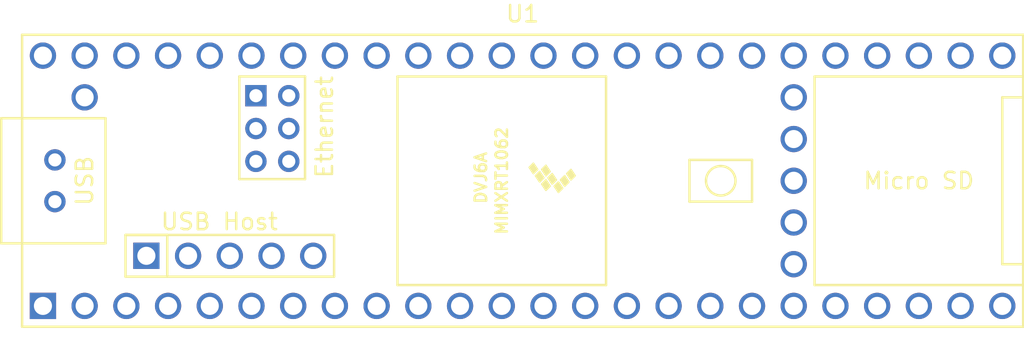
<source format=kicad_pcb>
(kicad_pcb (version 20221018) (generator pcbnew)
  (layers (0 "F.Cu" signal) (31 "B.Cu" signal) (34 "B.Paste" user) (35 "F.Paste" user) (36 "B.SilkS" user "B.Silkscreen") (37 "F.SilkS" user "F.Silkscreen") (38 "B.Mask" user) (39 "F.Mask" user) (44 "Edge.Cuts" user))
  (property "SHEETTOTAL" "6")
  (net 0 "")
  (footprint "Teensy:Teensy41" (layer "F.Cu") (at 180.34 78.74)
    (fp_text reference "U1" (at 0 -10.16) (layer "F.SilkS"))
    (fp_text value "Teensy4.1")
    (fp_text user "Micro SD" (at 24.13 0) (layer "F.SilkS"))
    (fp_text user "MIMXRT1062" (at -1.27 0 -90) (layer "F.SilkS") (effects (font (size 0.7 0.7))))
    (fp_text user "USB Host" (at -18.4658 2.4892) (layer "F.SilkS"))
    (fp_text user "DVJ6A" (at -2.54 -0.18 -90) (layer "F.SilkS") (effects (font (size 0.7 0.7))))
    (fp_text user "Ethernet" (at -12.065 -3.2766 90) (layer "F.SilkS"))
    (fp_text user "USB" (at -26.67 0 270) (layer "F.SilkS"))
    (fp_line (start -31.75 -3.81) (end -30.48 -3.81) (stroke (width 0.15)) (layer "F.SilkS"))
    (fp_line (start -31.75 3.81) (end -31.75 -3.81) (stroke (width 0.15)) (layer "F.SilkS"))
    (fp_line (start -30.48 -8.89) (end 30.48 -8.89) (stroke (width 0.15)) (layer "F.SilkS"))
    (fp_line (start -30.48 3.81) (end -31.75 3.81) (stroke (width 0.15)) (layer "F.SilkS"))
    (fp_line (start -30.48 8.89) (end -30.48 -8.89) (stroke (width 0.15)) (layer "F.SilkS"))
    (fp_line (start -25.4 -3.81) (end -30.48 -3.81) (stroke (width 0.15)) (layer "F.SilkS"))
    (fp_line (start -25.4 3.81) (end -30.48 3.81) (stroke (width 0.15)) (layer "F.SilkS"))
    (fp_line (start -25.4 3.81) (end -25.4 -3.81) (stroke (width 0.15)) (layer "F.SilkS"))
    (fp_line (start -24.1808 3.2992) (end -21.6408 3.2992) (stroke (width 0.15)) (layer "F.SilkS"))
    (fp_line (start -24.1808 3.2992) (end -11.4808 3.2992) (stroke (width 0.15)) (layer "F.SilkS"))
    (fp_line (start -24.1808 5.8392) (end -24.1808 3.2992) (stroke (width 0.15)) (layer "F.SilkS"))
    (fp_line (start -21.6408 3.2992) (end -21.6408 5.8392) (stroke (width 0.15)) (layer "F.SilkS"))
    (fp_line (start -17.25 -6.3516) (end -17.25 -6.1016) (stroke (width 0.15)) (layer "F.SilkS"))
    (fp_line (start -17.25 -6.1016) (end -17.25 -0.1016) (stroke (width 0.15)) (layer "F.SilkS"))
    (fp_line (start -17.25 -0.1016) (end -13.25 -0.1016) (stroke (width 0.15)) (layer "F.SilkS"))
    (fp_line (start -13.25 -6.3516) (end -17.25 -6.3516) (stroke (width 0.15)) (layer "F.SilkS"))
    (fp_line (start -13.25 -0.1016) (end -13.25 -6.3516) (stroke (width 0.15)) (layer "F.SilkS"))
    (fp_line (start -11.4808 3.2992) (end -11.4808 5.8392) (stroke (width 0.15)) (layer "F.SilkS"))
    (fp_line (start -11.4808 5.8392) (end -24.1808 5.8392) (stroke (width 0.15)) (layer "F.SilkS"))
    (fp_line (start -7.62 -6.35) (end -7.62 6.35) (stroke (width 0.15)) (layer "F.SilkS"))
    (fp_line (start -7.62 6.35) (end 5.08 6.35) (stroke (width 0.15)) (layer "F.SilkS"))
    (fp_line (start 5.08 -6.35) (end -7.62 -6.35) (stroke (width 0.15)) (layer "F.SilkS"))
    (fp_line (start 5.08 6.35) (end 5.08 -6.35) (stroke (width 0.15)) (layer "F.SilkS"))
    (fp_line (start 10.16 -1.27) (end 13.97 -1.27) (stroke (width 0.15)) (layer "F.SilkS"))
    (fp_line (start 10.16 1.27) (end 10.16 -1.27) (stroke (width 0.15)) (layer "F.SilkS"))
    (fp_line (start 13.97 -1.27) (end 13.97 1.27) (stroke (width 0.15)) (layer "F.SilkS"))
    (fp_line (start 13.97 1.27) (end 10.16 1.27) (stroke (width 0.15)) (layer "F.SilkS"))
    (fp_line (start 17.78 -6.35) (end 17.78 6.35) (stroke (width 0.15)) (layer "F.SilkS"))
    (fp_line (start 17.78 6.35) (end 30.48 6.35) (stroke (width 0.15)) (layer "F.SilkS"))
    (fp_line (start 29.21 -5.08) (end 29.21 5.08) (stroke (width 0.15)) (layer "F.SilkS"))
    (fp_line (start 29.21 5.08) (end 30.48 5.08) (stroke (width 0.15)) (layer "F.SilkS"))
    (fp_line (start 30.48 -8.89) (end 30.48 8.89) (stroke (width 0.15)) (layer "F.SilkS"))
    (fp_line (start 30.48 -6.35) (end 17.78 -6.35) (stroke (width 0.15)) (layer "F.SilkS"))
    (fp_line (start 30.48 -5.08) (end 29.21 -5.08) (stroke (width 0.15)) (layer "F.SilkS"))
    (fp_line (start 30.48 8.89) (end -30.48 8.89) (stroke (width 0.15)) (layer "F.SilkS"))
    (fp_circle (center 12.065 0) (end 12.7 -0.635) (stroke (width 0.15)) (fill none) (layer "F.SilkS"))
    (fp_poly (pts (xy 0.911 -0.688) (xy 0.657 -0.434) (xy 0.403 -0.815) (xy 0.657 -1.069)) (stroke (width 0.1)) (fill solid) (layer "F.SilkS"))
    (fp_poly (pts (xy 1.292 -0.18) (xy 1.038 0.074) (xy 0.784 -0.307) (xy 1.038 -0.561)) (stroke (width 0.1)) (fill solid) (layer "F.SilkS"))
    (fp_poly (pts (xy 1.673 -0.561) (xy 1.419 -0.307) (xy 1.165 -0.688) (xy 1.419 -0.942)) (stroke (width 0.1)) (fill solid) (layer "F.SilkS"))
    (fp_poly (pts (xy 1.673 0.328) (xy 1.419 0.582) (xy 1.165 0.201) (xy 1.419 -0.053)) (stroke (width 0.1)) (fill solid) (layer "F.SilkS"))
    (fp_poly (pts (xy 2.054 -0.053) (xy 1.8 0.201) (xy 1.546 -0.18) (xy 1.8 -0.434)) (stroke (width 0.1)) (fill solid) (layer "F.SilkS"))
    (fp_poly (pts (xy 2.435 0.455) (xy 2.181 0.709) (xy 1.927 0.328) (xy 2.181 0.074)) (stroke (width 0.1)) (fill solid) (layer "F.SilkS"))
    (fp_poly (pts (xy 2.816 0.074) (xy 2.562 0.328) (xy 2.308 -0.053) (xy 2.562 -0.307)) (stroke (width 0.1)) (fill solid) (layer "F.SilkS"))
    (fp_poly (pts (xy 3.197 -0.307) (xy 2.943 -0.053) (xy 2.689 -0.434) (xy 2.943 -0.688)) (stroke (width 0.1)) (fill solid) (layer "F.SilkS"))
    (pad "1" thru_hole rect (at -29.21 7.62) (size 1.6 1.6) (drill 1.1) (layers "*.Cu" "*.Mask"))
    (pad "2" thru_hole circle (at -26.67 7.62) (size 1.6 1.6) (drill 1.1) (layers "*.Cu" "*.Mask"))
    (pad "3" thru_hole circle (at -24.13 7.62) (size 1.6 1.6) (drill 1.1) (layers "*.Cu" "*.Mask"))
    (pad "4" thru_hole circle (at -21.59 7.62) (size 1.6 1.6) (drill 1.1) (layers "*.Cu" "*.Mask"))
    (pad "5" thru_hole circle (at -19.05 7.62) (size 1.6 1.6) (drill 1.1) (layers "*.Cu" "*.Mask"))
    (pad "6" thru_hole circle (at -16.51 7.62) (size 1.6 1.6) (drill 1.1) (layers "*.Cu" "*.Mask"))
    (pad "7" thru_hole circle (at -13.97 7.62) (size 1.6 1.6) (drill 1.1) (layers "*.Cu" "*.Mask"))
    (pad "8" thru_hole circle (at -11.43 7.62) (size 1.6 1.6) (drill 1.1) (layers "*.Cu" "*.Mask"))
    (pad "9" thru_hole circle (at -8.89 7.62) (size 1.6 1.6) (drill 1.1) (layers "*.Cu" "*.Mask"))
    (pad "10" thru_hole circle (at -6.35 7.62) (size 1.6 1.6) (drill 1.1) (layers "*.Cu" "*.Mask"))
    (pad "11" thru_hole circle (at -3.81 7.62) (size 1.6 1.6) (drill 1.1) (layers "*.Cu" "*.Mask"))
    (pad "12" thru_hole circle (at -1.27 7.62) (size 1.6 1.6) (drill 1.1) (layers "*.Cu" "*.Mask"))
    (pad "13" thru_hole circle (at 1.27 7.62) (size 1.6 1.6) (drill 1.1) (layers "*.Cu" "*.Mask"))
    (pad "14" thru_hole circle (at 3.81 7.62) (size 1.6 1.6) (drill 1.1) (layers "*.Cu" "*.Mask"))
    (pad "15" thru_hole circle (at 6.35 7.62) (size 1.6 1.6) (drill 1.1) (layers "*.Cu" "*.Mask"))
    (pad "16" thru_hole circle (at 8.89 7.62) (size 1.6 1.6) (drill 1.1) (layers "*.Cu" "*.Mask"))
    (pad "17" thru_hole circle (at 11.43 7.62) (size 1.6 1.6) (drill 1.1) (layers "*.Cu" "*.Mask"))
    (pad "18" thru_hole circle (at 13.97 7.62) (size 1.6 1.6) (drill 1.1) (layers "*.Cu" "*.Mask"))
    (pad "19" thru_hole circle (at 16.51 7.62) (size 1.6 1.6) (drill 1.1) (layers "*.Cu" "*.Mask"))
    (pad "20" thru_hole circle (at 19.05 7.62) (size 1.6 1.6) (drill 1.1) (layers "*.Cu" "*.Mask"))
    (pad "21" thru_hole circle (at 21.59 7.62) (size 1.6 1.6) (drill 1.1) (layers "*.Cu" "*.Mask"))
    (pad "22" thru_hole circle (at 24.13 7.62) (size 1.6 1.6) (drill 1.1) (layers "*.Cu" "*.Mask"))
    (pad "23" thru_hole circle (at 26.67 7.62) (size 1.6 1.6) (drill 1.1) (layers "*.Cu" "*.Mask"))
    (pad "24" thru_hole circle (at 29.21 7.62) (size 1.6 1.6) (drill 1.1) (layers "*.Cu" "*.Mask"))
    (pad "25" thru_hole circle (at 29.21 -7.62) (size 1.6 1.6) (drill 1.1) (layers "*.Cu" "*.Mask"))
    (pad "26" thru_hole circle (at 26.67 -7.62) (size 1.6 1.6) (drill 1.1) (layers "*.Cu" "*.Mask"))
    (pad "27" thru_hole circle (at 24.13 -7.62) (size 1.6 1.6) (drill 1.1) (layers "*.Cu" "*.Mask"))
    (pad "28" thru_hole circle (at 21.59 -7.62) (size 1.6 1.6) (drill 1.1) (layers "*.Cu" "*.Mask"))
    (pad "29" thru_hole circle (at 19.05 -7.62) (size 1.6 1.6) (drill 1.1) (layers "*.Cu" "*.Mask"))
    (pad "30" thru_hole circle (at 16.51 -7.62) (size 1.6 1.6) (drill 1.1) (layers "*.Cu" "*.Mask"))
    (pad "31" thru_hole circle (at 13.97 -7.62) (size 1.6 1.6) (drill 1.1) (layers "*.Cu" "*.Mask"))
    (pad "32" thru_hole circle (at 11.43 -7.62) (size 1.6 1.6) (drill 1.1) (layers "*.Cu" "*.Mask"))
    (pad "33" thru_hole circle (at 8.89 -7.62) (size 1.6 1.6) (drill 1.1) (layers "*.Cu" "*.Mask"))
    (pad "34" thru_hole circle (at 6.35 -7.62) (size 1.6 1.6) (drill 1.1) (layers "*.Cu" "*.Mask"))
    (pad "35" thru_hole circle (at 3.81 -7.62) (size 1.6 1.6) (drill 1.1) (layers "*.Cu" "*.Mask"))
    (pad "36" thru_hole circle (at 1.27 -7.62) (size 1.6 1.6) (drill 1.1) (layers "*.Cu" "*.Mask"))
    (pad "37" thru_hole circle (at -1.27 -7.62) (size 1.6 1.6) (drill 1.1) (layers "*.Cu" "*.Mask"))
    (pad "38" thru_hole circle (at -3.81 -7.62) (size 1.6 1.6) (drill 1.1) (layers "*.Cu" "*.Mask"))
    (pad "39" thru_hole circle (at -6.35 -7.62) (size 1.6 1.6) (drill 1.1) (layers "*.Cu" "*.Mask"))
    (pad "40" thru_hole circle (at -8.89 -7.62) (size 1.6 1.6) (drill 1.1) (layers "*.Cu" "*.Mask"))
    (pad "41" thru_hole circle (at -11.43 -7.62) (size 1.6 1.6) (drill 1.1) (layers "*.Cu" "*.Mask"))
    (pad "42" thru_hole circle (at -13.97 -7.62) (size 1.6 1.6) (drill 1.1) (layers "*.Cu" "*.Mask"))
    (pad "43" thru_hole circle (at -16.51 -7.62) (size 1.6 1.6) (drill 1.1) (layers "*.Cu" "*.Mask"))
    (pad "44" thru_hole circle (at -19.05 -7.62) (size 1.6 1.6) (drill 1.1) (layers "*.Cu" "*.Mask"))
    (pad "45" thru_hole circle (at -21.59 -7.62) (size 1.6 1.6) (drill 1.1) (layers "*.Cu" "*.Mask"))
    (pad "46" thru_hole circle (at -24.13 -7.62) (size 1.6 1.6) (drill 1.1) (layers "*.Cu" "*.Mask"))
    (pad "47" thru_hole circle (at -26.67 -7.62) (size 1.6 1.6) (drill 1.1) (layers "*.Cu" "*.Mask"))
    (pad "48" thru_hole circle (at -29.21 -7.62) (size 1.6 1.6) (drill 1.1) (layers "*.Cu" "*.Mask"))
    (pad "49" thru_hole circle (at -26.67 -5.08) (size 1.6 1.6) (drill 1.1) (layers "*.Cu" "*.Mask"))
    (pad "50" thru_hole circle (at 16.51 5.08) (size 1.6 1.6) (drill 1.1) (layers "*.Cu" "*.Mask"))
    (pad "51" thru_hole circle (at 16.51 2.54) (size 1.6 1.6) (drill 1.1) (layers "*.Cu" "*.Mask"))
    (pad "52" thru_hole circle (at 16.51 0) (size 1.6 1.6) (drill 1.1) (layers "*.Cu" "*.Mask"))
    (pad "53" thru_hole circle (at 16.51 -2.54) (size 1.6 1.6) (drill 1.1) (layers "*.Cu" "*.Mask"))
    (pad "54" thru_hole circle (at 16.51 -5.08) (size 1.6 1.6) (drill 1.1) (layers "*.Cu" "*.Mask"))
    (pad "55" thru_hole rect (at -22.9108 4.5692) (size 1.6 1.6) (drill 1.1) (layers "*.Cu" "*.Mask"))
    (pad "56" thru_hole circle (at -20.3708 4.5692) (size 1.6 1.6) (drill 1.1) (layers "*.Cu" "*.Mask"))
    (pad "57" thru_hole circle (at -17.8308 4.5692) (size 1.6 1.6) (drill 1.1) (layers "*.Cu" "*.Mask"))
    (pad "58" thru_hole circle (at -15.2908 4.5692) (size 1.6 1.6) (drill 1.1) (layers "*.Cu" "*.Mask"))
    (pad "59" thru_hole circle (at -12.7508 4.5692) (size 1.6 1.6) (drill 1.1) (layers "*.Cu" "*.Mask"))
    (pad "60" thru_hole rect (at -16.24 -5.1816) (size 1.3 1.3) (drill 0.8) (layers "*.Cu" "*.Mask"))
    (pad "61" thru_hole circle (at -16.24 -3.1816) (size 1.3 1.3) (drill 0.8) (layers "*.Cu" "*.Mask"))
    (pad "62" thru_hole circle (at -16.24 -1.1816) (size 1.3 1.3) (drill 0.8) (layers "*.Cu" "*.Mask"))
    (pad "63" thru_hole circle (at -14.24 -1.1816) (size 1.3 1.3) (drill 0.8) (layers "*.Cu" "*.Mask"))
    (pad "64" thru_hole circle (at -14.24 -3.1816) (size 1.3 1.3) (drill 0.8) (layers "*.Cu" "*.Mask"))
    (pad "65" thru_hole circle (at -14.24 -5.1816) (size 1.3 1.3) (drill 0.8) (layers "*.Cu" "*.Mask"))
    (pad "66" thru_hole circle (at -28.48 -1.27) (size 1.3 1.3) (drill 0.8) (layers "*.Cu" "*.Mask"))
    (pad "67" thru_hole circle (at -28.48 1.27) (size 1.3 1.3) (drill 0.8) (layers "*.Cu" "*.Mask"))
  )
)
</source>
